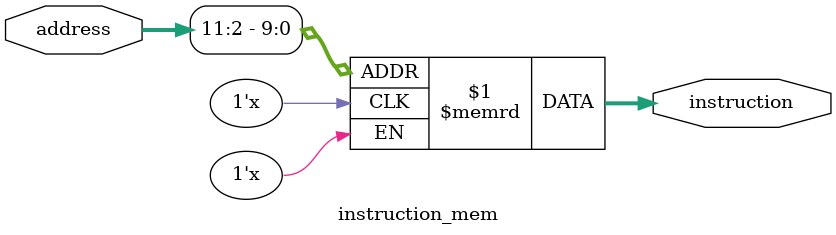
<source format=sv>
module instruction_mem(
	input logic [31:0] address,
	output logic [31:0] instruction
);
	
	logic [31:0] memory [0:1023];

	assign instruction = memory[address[11:2]];

endmodule
</source>
